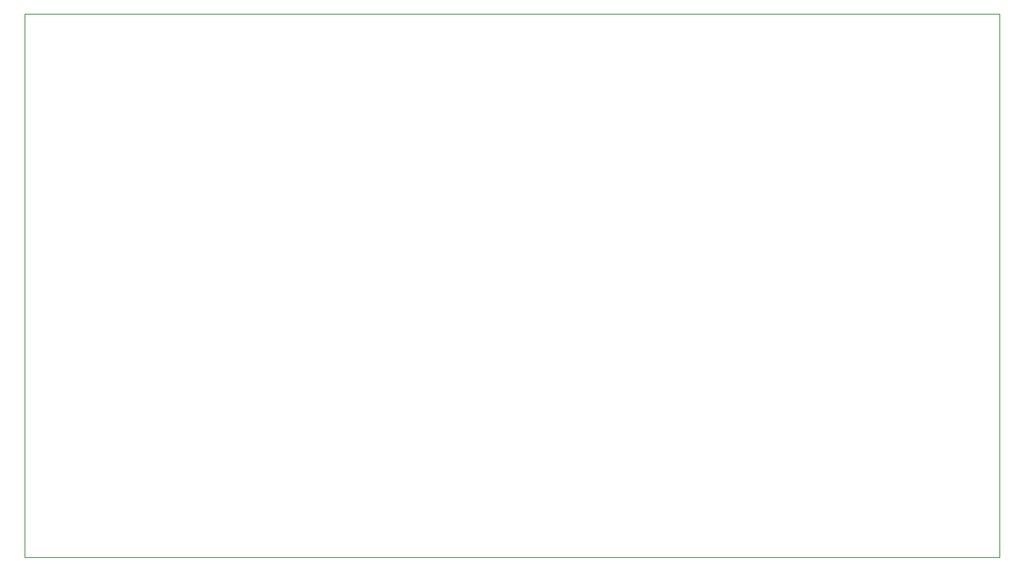
<source format=gbr>
%TF.GenerationSoftware,KiCad,Pcbnew,(5.99.0-10506-gb986797469)*%
%TF.CreationDate,2021-11-30T23:31:34+01:00*%
%TF.ProjectId,Power_Over_Regular_Normal_HUB,506f7765-725f-44f7-9665-725f52656775,rev?*%
%TF.SameCoordinates,Original*%
%TF.FileFunction,Profile,NP*%
%FSLAX46Y46*%
G04 Gerber Fmt 4.6, Leading zero omitted, Abs format (unit mm)*
G04 Created by KiCad (PCBNEW (5.99.0-10506-gb986797469)) date 2021-11-30 23:31:34*
%MOMM*%
%LPD*%
G01*
G04 APERTURE LIST*
%TA.AperFunction,Profile*%
%ADD10C,0.100000*%
%TD*%
G04 APERTURE END LIST*
D10*
X170500000Y-58000000D02*
X63000000Y-58000000D01*
X170500000Y-118000000D02*
X170500000Y-58000000D01*
X63000000Y-58000000D02*
X63000000Y-118000000D01*
X63000000Y-118000000D02*
X170500000Y-118000000D01*
M02*

</source>
